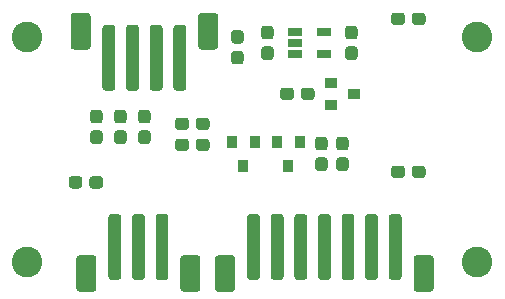
<source format=gbr>
%TF.GenerationSoftware,KiCad,Pcbnew,(5.1.6)-1*%
%TF.CreationDate,2020-08-19T17:28:43+02:00*%
%TF.ProjectId,spectrofluo,73706563-7472-46f6-966c-756f2e6b6963,rev?*%
%TF.SameCoordinates,Original*%
%TF.FileFunction,Soldermask,Top*%
%TF.FilePolarity,Negative*%
%FSLAX46Y46*%
G04 Gerber Fmt 4.6, Leading zero omitted, Abs format (unit mm)*
G04 Created by KiCad (PCBNEW (5.1.6)-1) date 2020-08-19 17:28:43*
%MOMM*%
%LPD*%
G01*
G04 APERTURE LIST*
%ADD10R,0.900000X1.000000*%
%ADD11R,1.000000X0.900000*%
%ADD12R,1.270000X0.770000*%
%ADD13C,2.600000*%
G04 APERTURE END LIST*
%TO.C,B_R1*%
G36*
G01*
X115578500Y-91140000D02*
X115053500Y-91140000D01*
G75*
G02*
X114791000Y-90877500I0J262500D01*
G01*
X114791000Y-90252500D01*
G75*
G02*
X115053500Y-89990000I262500J0D01*
G01*
X115578500Y-89990000D01*
G75*
G02*
X115841000Y-90252500I0J-262500D01*
G01*
X115841000Y-90877500D01*
G75*
G02*
X115578500Y-91140000I-262500J0D01*
G01*
G37*
G36*
G01*
X115578500Y-92890000D02*
X115053500Y-92890000D01*
G75*
G02*
X114791000Y-92627500I0J262500D01*
G01*
X114791000Y-92002500D01*
G75*
G02*
X115053500Y-91740000I262500J0D01*
G01*
X115578500Y-91740000D01*
G75*
G02*
X115841000Y-92002500I0J-262500D01*
G01*
X115841000Y-92627500D01*
G75*
G02*
X115578500Y-92890000I-262500J0D01*
G01*
G37*
%TD*%
%TO.C,C1*%
G36*
G01*
X125467500Y-82878000D02*
X125992500Y-82878000D01*
G75*
G02*
X126255000Y-83140500I0J-262500D01*
G01*
X126255000Y-83765500D01*
G75*
G02*
X125992500Y-84028000I-262500J0D01*
G01*
X125467500Y-84028000D01*
G75*
G02*
X125205000Y-83765500I0J262500D01*
G01*
X125205000Y-83140500D01*
G75*
G02*
X125467500Y-82878000I262500J0D01*
G01*
G37*
G36*
G01*
X125467500Y-84628000D02*
X125992500Y-84628000D01*
G75*
G02*
X126255000Y-84890500I0J-262500D01*
G01*
X126255000Y-85515500D01*
G75*
G02*
X125992500Y-85778000I-262500J0D01*
G01*
X125467500Y-85778000D01*
G75*
G02*
X125205000Y-85515500I0J262500D01*
G01*
X125205000Y-84890500D01*
G75*
G02*
X125467500Y-84628000I262500J0D01*
G01*
G37*
%TD*%
%TO.C,C2*%
G36*
G01*
X123452500Y-84395000D02*
X122927500Y-84395000D01*
G75*
G02*
X122665000Y-84132500I0J262500D01*
G01*
X122665000Y-83507500D01*
G75*
G02*
X122927500Y-83245000I262500J0D01*
G01*
X123452500Y-83245000D01*
G75*
G02*
X123715000Y-83507500I0J-262500D01*
G01*
X123715000Y-84132500D01*
G75*
G02*
X123452500Y-84395000I-262500J0D01*
G01*
G37*
G36*
G01*
X123452500Y-86145000D02*
X122927500Y-86145000D01*
G75*
G02*
X122665000Y-85882500I0J262500D01*
G01*
X122665000Y-85257500D01*
G75*
G02*
X122927500Y-84995000I262500J0D01*
G01*
X123452500Y-84995000D01*
G75*
G02*
X123715000Y-85257500I0J-262500D01*
G01*
X123715000Y-85882500D01*
G75*
G02*
X123452500Y-86145000I-262500J0D01*
G01*
G37*
%TD*%
%TO.C,G_R1*%
G36*
G01*
X113546500Y-92890000D02*
X113021500Y-92890000D01*
G75*
G02*
X112759000Y-92627500I0J262500D01*
G01*
X112759000Y-92002500D01*
G75*
G02*
X113021500Y-91740000I262500J0D01*
G01*
X113546500Y-91740000D01*
G75*
G02*
X113809000Y-92002500I0J-262500D01*
G01*
X113809000Y-92627500D01*
G75*
G02*
X113546500Y-92890000I-262500J0D01*
G01*
G37*
G36*
G01*
X113546500Y-91140000D02*
X113021500Y-91140000D01*
G75*
G02*
X112759000Y-90877500I0J262500D01*
G01*
X112759000Y-90252500D01*
G75*
G02*
X113021500Y-89990000I262500J0D01*
G01*
X113546500Y-89990000D01*
G75*
G02*
X113809000Y-90252500I0J-262500D01*
G01*
X113809000Y-90877500D01*
G75*
G02*
X113546500Y-91140000I-262500J0D01*
G01*
G37*
%TD*%
%TO.C,J1*%
G36*
G01*
X117358000Y-99083000D02*
X117358000Y-104133000D01*
G75*
G02*
X117083000Y-104408000I-275000J0D01*
G01*
X116533000Y-104408000D01*
G75*
G02*
X116258000Y-104133000I0J275000D01*
G01*
X116258000Y-99083000D01*
G75*
G02*
X116533000Y-98808000I275000J0D01*
G01*
X117083000Y-98808000D01*
G75*
G02*
X117358000Y-99083000I0J-275000D01*
G01*
G37*
G36*
G01*
X115358000Y-99083000D02*
X115358000Y-104133000D01*
G75*
G02*
X115083000Y-104408000I-275000J0D01*
G01*
X114533000Y-104408000D01*
G75*
G02*
X114258000Y-104133000I0J275000D01*
G01*
X114258000Y-99083000D01*
G75*
G02*
X114533000Y-98808000I275000J0D01*
G01*
X115083000Y-98808000D01*
G75*
G02*
X115358000Y-99083000I0J-275000D01*
G01*
G37*
G36*
G01*
X113358000Y-99083000D02*
X113358000Y-104133000D01*
G75*
G02*
X113083000Y-104408000I-275000J0D01*
G01*
X112533000Y-104408000D01*
G75*
G02*
X112258000Y-104133000I0J275000D01*
G01*
X112258000Y-99083000D01*
G75*
G02*
X112533000Y-98808000I275000J0D01*
G01*
X113083000Y-98808000D01*
G75*
G02*
X113358000Y-99083000I0J-275000D01*
G01*
G37*
G36*
G01*
X120058000Y-102573625D02*
X120058000Y-105142375D01*
G75*
G02*
X119792375Y-105408000I-265625J0D01*
G01*
X118623625Y-105408000D01*
G75*
G02*
X118358000Y-105142375I0J265625D01*
G01*
X118358000Y-102573625D01*
G75*
G02*
X118623625Y-102308000I265625J0D01*
G01*
X119792375Y-102308000D01*
G75*
G02*
X120058000Y-102573625I0J-265625D01*
G01*
G37*
G36*
G01*
X111258000Y-102573625D02*
X111258000Y-105142375D01*
G75*
G02*
X110992375Y-105408000I-265625J0D01*
G01*
X109823625Y-105408000D01*
G75*
G02*
X109558000Y-105142375I0J265625D01*
G01*
X109558000Y-102573625D01*
G75*
G02*
X109823625Y-102308000I265625J0D01*
G01*
X110992375Y-102308000D01*
G75*
G02*
X111258000Y-102573625I0J-265625D01*
G01*
G37*
%TD*%
%TO.C,J2*%
G36*
G01*
X137106000Y-99083000D02*
X137106000Y-104133000D01*
G75*
G02*
X136831000Y-104408000I-275000J0D01*
G01*
X136281000Y-104408000D01*
G75*
G02*
X136006000Y-104133000I0J275000D01*
G01*
X136006000Y-99083000D01*
G75*
G02*
X136281000Y-98808000I275000J0D01*
G01*
X136831000Y-98808000D01*
G75*
G02*
X137106000Y-99083000I0J-275000D01*
G01*
G37*
G36*
G01*
X135106000Y-99083000D02*
X135106000Y-104133000D01*
G75*
G02*
X134831000Y-104408000I-275000J0D01*
G01*
X134281000Y-104408000D01*
G75*
G02*
X134006000Y-104133000I0J275000D01*
G01*
X134006000Y-99083000D01*
G75*
G02*
X134281000Y-98808000I275000J0D01*
G01*
X134831000Y-98808000D01*
G75*
G02*
X135106000Y-99083000I0J-275000D01*
G01*
G37*
G36*
G01*
X133106000Y-99083000D02*
X133106000Y-104133000D01*
G75*
G02*
X132831000Y-104408000I-275000J0D01*
G01*
X132281000Y-104408000D01*
G75*
G02*
X132006000Y-104133000I0J275000D01*
G01*
X132006000Y-99083000D01*
G75*
G02*
X132281000Y-98808000I275000J0D01*
G01*
X132831000Y-98808000D01*
G75*
G02*
X133106000Y-99083000I0J-275000D01*
G01*
G37*
G36*
G01*
X131106000Y-99083000D02*
X131106000Y-104133000D01*
G75*
G02*
X130831000Y-104408000I-275000J0D01*
G01*
X130281000Y-104408000D01*
G75*
G02*
X130006000Y-104133000I0J275000D01*
G01*
X130006000Y-99083000D01*
G75*
G02*
X130281000Y-98808000I275000J0D01*
G01*
X130831000Y-98808000D01*
G75*
G02*
X131106000Y-99083000I0J-275000D01*
G01*
G37*
G36*
G01*
X129106000Y-99083000D02*
X129106000Y-104133000D01*
G75*
G02*
X128831000Y-104408000I-275000J0D01*
G01*
X128281000Y-104408000D01*
G75*
G02*
X128006000Y-104133000I0J275000D01*
G01*
X128006000Y-99083000D01*
G75*
G02*
X128281000Y-98808000I275000J0D01*
G01*
X128831000Y-98808000D01*
G75*
G02*
X129106000Y-99083000I0J-275000D01*
G01*
G37*
G36*
G01*
X127106000Y-99083000D02*
X127106000Y-104133000D01*
G75*
G02*
X126831000Y-104408000I-275000J0D01*
G01*
X126281000Y-104408000D01*
G75*
G02*
X126006000Y-104133000I0J275000D01*
G01*
X126006000Y-99083000D01*
G75*
G02*
X126281000Y-98808000I275000J0D01*
G01*
X126831000Y-98808000D01*
G75*
G02*
X127106000Y-99083000I0J-275000D01*
G01*
G37*
G36*
G01*
X125106000Y-99083000D02*
X125106000Y-104133000D01*
G75*
G02*
X124831000Y-104408000I-275000J0D01*
G01*
X124281000Y-104408000D01*
G75*
G02*
X124006000Y-104133000I0J275000D01*
G01*
X124006000Y-99083000D01*
G75*
G02*
X124281000Y-98808000I275000J0D01*
G01*
X124831000Y-98808000D01*
G75*
G02*
X125106000Y-99083000I0J-275000D01*
G01*
G37*
G36*
G01*
X139806000Y-102573625D02*
X139806000Y-105142375D01*
G75*
G02*
X139540375Y-105408000I-265625J0D01*
G01*
X138371625Y-105408000D01*
G75*
G02*
X138106000Y-105142375I0J265625D01*
G01*
X138106000Y-102573625D01*
G75*
G02*
X138371625Y-102308000I265625J0D01*
G01*
X139540375Y-102308000D01*
G75*
G02*
X139806000Y-102573625I0J-265625D01*
G01*
G37*
G36*
G01*
X123006000Y-102573625D02*
X123006000Y-105142375D01*
G75*
G02*
X122740375Y-105408000I-265625J0D01*
G01*
X121571625Y-105408000D01*
G75*
G02*
X121306000Y-105142375I0J265625D01*
G01*
X121306000Y-102573625D01*
G75*
G02*
X121571625Y-102308000I265625J0D01*
G01*
X122740375Y-102308000D01*
G75*
G02*
X123006000Y-102573625I0J-265625D01*
G01*
G37*
%TD*%
%TO.C,J3*%
G36*
G01*
X111766000Y-88115000D02*
X111766000Y-83065000D01*
G75*
G02*
X112041000Y-82790000I275000J0D01*
G01*
X112591000Y-82790000D01*
G75*
G02*
X112866000Y-83065000I0J-275000D01*
G01*
X112866000Y-88115000D01*
G75*
G02*
X112591000Y-88390000I-275000J0D01*
G01*
X112041000Y-88390000D01*
G75*
G02*
X111766000Y-88115000I0J275000D01*
G01*
G37*
G36*
G01*
X113766000Y-88115000D02*
X113766000Y-83065000D01*
G75*
G02*
X114041000Y-82790000I275000J0D01*
G01*
X114591000Y-82790000D01*
G75*
G02*
X114866000Y-83065000I0J-275000D01*
G01*
X114866000Y-88115000D01*
G75*
G02*
X114591000Y-88390000I-275000J0D01*
G01*
X114041000Y-88390000D01*
G75*
G02*
X113766000Y-88115000I0J275000D01*
G01*
G37*
G36*
G01*
X115766000Y-88115000D02*
X115766000Y-83065000D01*
G75*
G02*
X116041000Y-82790000I275000J0D01*
G01*
X116591000Y-82790000D01*
G75*
G02*
X116866000Y-83065000I0J-275000D01*
G01*
X116866000Y-88115000D01*
G75*
G02*
X116591000Y-88390000I-275000J0D01*
G01*
X116041000Y-88390000D01*
G75*
G02*
X115766000Y-88115000I0J275000D01*
G01*
G37*
G36*
G01*
X117766000Y-88115000D02*
X117766000Y-83065000D01*
G75*
G02*
X118041000Y-82790000I275000J0D01*
G01*
X118591000Y-82790000D01*
G75*
G02*
X118866000Y-83065000I0J-275000D01*
G01*
X118866000Y-88115000D01*
G75*
G02*
X118591000Y-88390000I-275000J0D01*
G01*
X118041000Y-88390000D01*
G75*
G02*
X117766000Y-88115000I0J275000D01*
G01*
G37*
G36*
G01*
X109066000Y-84624375D02*
X109066000Y-82055625D01*
G75*
G02*
X109331625Y-81790000I265625J0D01*
G01*
X110500375Y-81790000D01*
G75*
G02*
X110766000Y-82055625I0J-265625D01*
G01*
X110766000Y-84624375D01*
G75*
G02*
X110500375Y-84890000I-265625J0D01*
G01*
X109331625Y-84890000D01*
G75*
G02*
X109066000Y-84624375I0J265625D01*
G01*
G37*
G36*
G01*
X119866000Y-84624375D02*
X119866000Y-82055625D01*
G75*
G02*
X120131625Y-81790000I265625J0D01*
G01*
X121300375Y-81790000D01*
G75*
G02*
X121566000Y-82055625I0J-265625D01*
G01*
X121566000Y-84624375D01*
G75*
G02*
X121300375Y-84890000I-265625J0D01*
G01*
X120131625Y-84890000D01*
G75*
G02*
X119866000Y-84624375I0J265625D01*
G01*
G37*
%TD*%
D10*
%TO.C,Q2*%
X124648000Y-92726000D03*
X122748000Y-92726000D03*
X123698000Y-94726000D03*
%TD*%
D11*
%TO.C,Q3*%
X131080000Y-87696000D03*
X131080000Y-89596000D03*
X133080000Y-88646000D03*
%TD*%
D10*
%TO.C,Q4*%
X127508000Y-94726000D03*
X126558000Y-92726000D03*
X128458000Y-92726000D03*
%TD*%
%TO.C,R1*%
G36*
G01*
X136218000Y-82558500D02*
X136218000Y-82033500D01*
G75*
G02*
X136480500Y-81771000I262500J0D01*
G01*
X137105500Y-81771000D01*
G75*
G02*
X137368000Y-82033500I0J-262500D01*
G01*
X137368000Y-82558500D01*
G75*
G02*
X137105500Y-82821000I-262500J0D01*
G01*
X136480500Y-82821000D01*
G75*
G02*
X136218000Y-82558500I0J262500D01*
G01*
G37*
G36*
G01*
X137968000Y-82558500D02*
X137968000Y-82033500D01*
G75*
G02*
X138230500Y-81771000I262500J0D01*
G01*
X138855500Y-81771000D01*
G75*
G02*
X139118000Y-82033500I0J-262500D01*
G01*
X139118000Y-82558500D01*
G75*
G02*
X138855500Y-82821000I-262500J0D01*
G01*
X138230500Y-82821000D01*
G75*
G02*
X137968000Y-82558500I0J262500D01*
G01*
G37*
%TD*%
%TO.C,R2*%
G36*
G01*
X137968000Y-95512500D02*
X137968000Y-94987500D01*
G75*
G02*
X138230500Y-94725000I262500J0D01*
G01*
X138855500Y-94725000D01*
G75*
G02*
X139118000Y-94987500I0J-262500D01*
G01*
X139118000Y-95512500D01*
G75*
G02*
X138855500Y-95775000I-262500J0D01*
G01*
X138230500Y-95775000D01*
G75*
G02*
X137968000Y-95512500I0J262500D01*
G01*
G37*
G36*
G01*
X136218000Y-95512500D02*
X136218000Y-94987500D01*
G75*
G02*
X136480500Y-94725000I262500J0D01*
G01*
X137105500Y-94725000D01*
G75*
G02*
X137368000Y-94987500I0J-262500D01*
G01*
X137368000Y-95512500D01*
G75*
G02*
X137105500Y-95775000I-262500J0D01*
G01*
X136480500Y-95775000D01*
G75*
G02*
X136218000Y-95512500I0J262500D01*
G01*
G37*
%TD*%
%TO.C,R3*%
G36*
G01*
X111813000Y-95876500D02*
X111813000Y-96401500D01*
G75*
G02*
X111550500Y-96664000I-262500J0D01*
G01*
X110925500Y-96664000D01*
G75*
G02*
X110663000Y-96401500I0J262500D01*
G01*
X110663000Y-95876500D01*
G75*
G02*
X110925500Y-95614000I262500J0D01*
G01*
X111550500Y-95614000D01*
G75*
G02*
X111813000Y-95876500I0J-262500D01*
G01*
G37*
G36*
G01*
X110063000Y-95876500D02*
X110063000Y-96401500D01*
G75*
G02*
X109800500Y-96664000I-262500J0D01*
G01*
X109175500Y-96664000D01*
G75*
G02*
X108913000Y-96401500I0J262500D01*
G01*
X108913000Y-95876500D01*
G75*
G02*
X109175500Y-95614000I262500J0D01*
G01*
X109800500Y-95614000D01*
G75*
G02*
X110063000Y-95876500I0J-262500D01*
G01*
G37*
%TD*%
%TO.C,R4*%
G36*
G01*
X130039500Y-94026000D02*
X130564500Y-94026000D01*
G75*
G02*
X130827000Y-94288500I0J-262500D01*
G01*
X130827000Y-94913500D01*
G75*
G02*
X130564500Y-95176000I-262500J0D01*
G01*
X130039500Y-95176000D01*
G75*
G02*
X129777000Y-94913500I0J262500D01*
G01*
X129777000Y-94288500D01*
G75*
G02*
X130039500Y-94026000I262500J0D01*
G01*
G37*
G36*
G01*
X130039500Y-92276000D02*
X130564500Y-92276000D01*
G75*
G02*
X130827000Y-92538500I0J-262500D01*
G01*
X130827000Y-93163500D01*
G75*
G02*
X130564500Y-93426000I-262500J0D01*
G01*
X130039500Y-93426000D01*
G75*
G02*
X129777000Y-93163500I0J262500D01*
G01*
X129777000Y-92538500D01*
G75*
G02*
X130039500Y-92276000I262500J0D01*
G01*
G37*
%TD*%
%TO.C,R5*%
G36*
G01*
X131817500Y-92276000D02*
X132342500Y-92276000D01*
G75*
G02*
X132605000Y-92538500I0J-262500D01*
G01*
X132605000Y-93163500D01*
G75*
G02*
X132342500Y-93426000I-262500J0D01*
G01*
X131817500Y-93426000D01*
G75*
G02*
X131555000Y-93163500I0J262500D01*
G01*
X131555000Y-92538500D01*
G75*
G02*
X131817500Y-92276000I262500J0D01*
G01*
G37*
G36*
G01*
X131817500Y-94026000D02*
X132342500Y-94026000D01*
G75*
G02*
X132605000Y-94288500I0J-262500D01*
G01*
X132605000Y-94913500D01*
G75*
G02*
X132342500Y-95176000I-262500J0D01*
G01*
X131817500Y-95176000D01*
G75*
G02*
X131555000Y-94913500I0J262500D01*
G01*
X131555000Y-94288500D01*
G75*
G02*
X131817500Y-94026000I262500J0D01*
G01*
G37*
%TD*%
%TO.C,R6*%
G36*
G01*
X132579500Y-82878000D02*
X133104500Y-82878000D01*
G75*
G02*
X133367000Y-83140500I0J-262500D01*
G01*
X133367000Y-83765500D01*
G75*
G02*
X133104500Y-84028000I-262500J0D01*
G01*
X132579500Y-84028000D01*
G75*
G02*
X132317000Y-83765500I0J262500D01*
G01*
X132317000Y-83140500D01*
G75*
G02*
X132579500Y-82878000I262500J0D01*
G01*
G37*
G36*
G01*
X132579500Y-84628000D02*
X133104500Y-84628000D01*
G75*
G02*
X133367000Y-84890500I0J-262500D01*
G01*
X133367000Y-85515500D01*
G75*
G02*
X133104500Y-85778000I-262500J0D01*
G01*
X132579500Y-85778000D01*
G75*
G02*
X132317000Y-85515500I0J262500D01*
G01*
X132317000Y-84890500D01*
G75*
G02*
X132579500Y-84628000I262500J0D01*
G01*
G37*
%TD*%
%TO.C,R7*%
G36*
G01*
X128570000Y-88908500D02*
X128570000Y-88383500D01*
G75*
G02*
X128832500Y-88121000I262500J0D01*
G01*
X129457500Y-88121000D01*
G75*
G02*
X129720000Y-88383500I0J-262500D01*
G01*
X129720000Y-88908500D01*
G75*
G02*
X129457500Y-89171000I-262500J0D01*
G01*
X128832500Y-89171000D01*
G75*
G02*
X128570000Y-88908500I0J262500D01*
G01*
G37*
G36*
G01*
X126820000Y-88908500D02*
X126820000Y-88383500D01*
G75*
G02*
X127082500Y-88121000I262500J0D01*
G01*
X127707500Y-88121000D01*
G75*
G02*
X127970000Y-88383500I0J-262500D01*
G01*
X127970000Y-88908500D01*
G75*
G02*
X127707500Y-89171000I-262500J0D01*
G01*
X127082500Y-89171000D01*
G75*
G02*
X126820000Y-88908500I0J262500D01*
G01*
G37*
%TD*%
%TO.C,R8*%
G36*
G01*
X119680000Y-91448500D02*
X119680000Y-90923500D01*
G75*
G02*
X119942500Y-90661000I262500J0D01*
G01*
X120567500Y-90661000D01*
G75*
G02*
X120830000Y-90923500I0J-262500D01*
G01*
X120830000Y-91448500D01*
G75*
G02*
X120567500Y-91711000I-262500J0D01*
G01*
X119942500Y-91711000D01*
G75*
G02*
X119680000Y-91448500I0J262500D01*
G01*
G37*
G36*
G01*
X117930000Y-91448500D02*
X117930000Y-90923500D01*
G75*
G02*
X118192500Y-90661000I262500J0D01*
G01*
X118817500Y-90661000D01*
G75*
G02*
X119080000Y-90923500I0J-262500D01*
G01*
X119080000Y-91448500D01*
G75*
G02*
X118817500Y-91711000I-262500J0D01*
G01*
X118192500Y-91711000D01*
G75*
G02*
X117930000Y-91448500I0J262500D01*
G01*
G37*
%TD*%
%TO.C,R9*%
G36*
G01*
X117930000Y-93226500D02*
X117930000Y-92701500D01*
G75*
G02*
X118192500Y-92439000I262500J0D01*
G01*
X118817500Y-92439000D01*
G75*
G02*
X119080000Y-92701500I0J-262500D01*
G01*
X119080000Y-93226500D01*
G75*
G02*
X118817500Y-93489000I-262500J0D01*
G01*
X118192500Y-93489000D01*
G75*
G02*
X117930000Y-93226500I0J262500D01*
G01*
G37*
G36*
G01*
X119680000Y-93226500D02*
X119680000Y-92701500D01*
G75*
G02*
X119942500Y-92439000I262500J0D01*
G01*
X120567500Y-92439000D01*
G75*
G02*
X120830000Y-92701500I0J-262500D01*
G01*
X120830000Y-93226500D01*
G75*
G02*
X120567500Y-93489000I-262500J0D01*
G01*
X119942500Y-93489000D01*
G75*
G02*
X119680000Y-93226500I0J262500D01*
G01*
G37*
%TD*%
%TO.C,R_R1*%
G36*
G01*
X110989500Y-91740000D02*
X111514500Y-91740000D01*
G75*
G02*
X111777000Y-92002500I0J-262500D01*
G01*
X111777000Y-92627500D01*
G75*
G02*
X111514500Y-92890000I-262500J0D01*
G01*
X110989500Y-92890000D01*
G75*
G02*
X110727000Y-92627500I0J262500D01*
G01*
X110727000Y-92002500D01*
G75*
G02*
X110989500Y-91740000I262500J0D01*
G01*
G37*
G36*
G01*
X110989500Y-89990000D02*
X111514500Y-89990000D01*
G75*
G02*
X111777000Y-90252500I0J-262500D01*
G01*
X111777000Y-90877500D01*
G75*
G02*
X111514500Y-91140000I-262500J0D01*
G01*
X110989500Y-91140000D01*
G75*
G02*
X110727000Y-90877500I0J262500D01*
G01*
X110727000Y-90252500D01*
G75*
G02*
X110989500Y-89990000I262500J0D01*
G01*
G37*
%TD*%
D12*
%TO.C,U1*%
X130506000Y-83388000D03*
X130506000Y-85268000D03*
X128066000Y-85268000D03*
X128066000Y-84328000D03*
X128066000Y-83388000D03*
%TD*%
D13*
%TO.C,H1*%
X143510000Y-83820000D03*
%TD*%
%TO.C,H2*%
X105410000Y-83820000D03*
%TD*%
%TO.C,H3*%
X143510000Y-102870000D03*
%TD*%
%TO.C,H4*%
X105410000Y-102870000D03*
%TD*%
M02*

</source>
